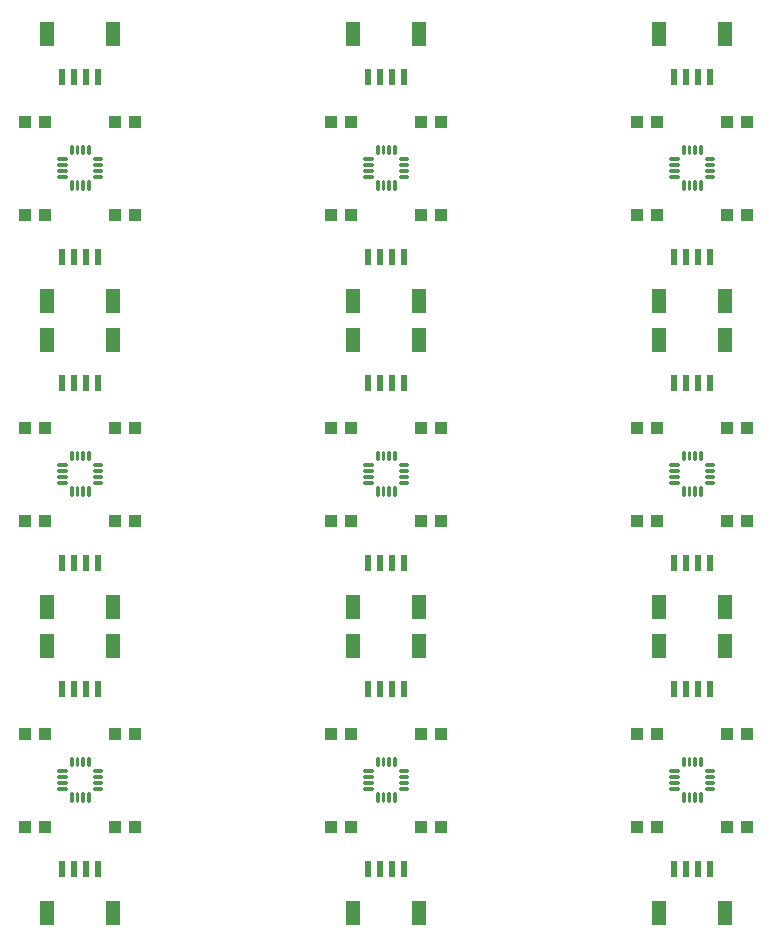
<source format=gtp>
G75*
%MOIN*%
%OFA0B0*%
%FSLAX25Y25*%
%IPPOS*%
%LPD*%
%AMOC8*
5,1,8,0,0,1.08239X$1,22.5*
%
%ADD10C,0.00886*%
%ADD11R,0.04331X0.03937*%
%ADD12R,0.04724X0.07874*%
%ADD13R,0.02362X0.05315*%
D10*
X0198666Y0181884D02*
X0201126Y0181884D01*
X0198666Y0181884D02*
X0198666Y0182178D01*
X0201126Y0182178D01*
X0201126Y0181884D01*
X0201126Y0183853D02*
X0198666Y0183853D01*
X0198666Y0184147D01*
X0201126Y0184147D01*
X0201126Y0183853D01*
X0201126Y0185822D02*
X0198666Y0185822D01*
X0198666Y0186116D01*
X0201126Y0186116D01*
X0201126Y0185822D01*
X0201126Y0187790D02*
X0198666Y0187790D01*
X0198666Y0188084D01*
X0201126Y0188084D01*
X0201126Y0187790D01*
X0203043Y0189668D02*
X0203043Y0192128D01*
X0203043Y0189668D02*
X0202749Y0189668D01*
X0202749Y0192128D01*
X0203043Y0192128D01*
X0203043Y0190553D02*
X0202749Y0190553D01*
X0202749Y0191438D02*
X0203043Y0191438D01*
X0205012Y0192128D02*
X0205012Y0189668D01*
X0204718Y0189668D01*
X0204718Y0192128D01*
X0205012Y0192128D01*
X0205012Y0190553D02*
X0204718Y0190553D01*
X0204718Y0191438D02*
X0205012Y0191438D01*
X0206980Y0192128D02*
X0206980Y0189668D01*
X0206686Y0189668D01*
X0206686Y0192128D01*
X0206980Y0192128D01*
X0206980Y0190553D02*
X0206686Y0190553D01*
X0206686Y0191438D02*
X0206980Y0191438D01*
X0208949Y0192128D02*
X0208949Y0189668D01*
X0208655Y0189668D01*
X0208655Y0192128D01*
X0208949Y0192128D01*
X0208949Y0190553D02*
X0208655Y0190553D01*
X0208655Y0191438D02*
X0208949Y0191438D01*
X0210493Y0188045D02*
X0212953Y0188045D01*
X0212953Y0187751D01*
X0210493Y0187751D01*
X0210493Y0188045D01*
X0210493Y0186076D02*
X0212953Y0186076D01*
X0212953Y0185782D01*
X0210493Y0185782D01*
X0210493Y0186076D01*
X0210493Y0184108D02*
X0212953Y0184108D01*
X0212953Y0183814D01*
X0210493Y0183814D01*
X0210493Y0184108D01*
X0210493Y0182139D02*
X0212953Y0182139D01*
X0212953Y0181845D01*
X0210493Y0181845D01*
X0210493Y0182139D01*
X0208655Y0180301D02*
X0208655Y0177841D01*
X0208655Y0180301D02*
X0208949Y0180301D01*
X0208949Y0177841D01*
X0208655Y0177841D01*
X0208655Y0178726D02*
X0208949Y0178726D01*
X0208949Y0179611D02*
X0208655Y0179611D01*
X0206686Y0180301D02*
X0206686Y0177841D01*
X0206686Y0180301D02*
X0206980Y0180301D01*
X0206980Y0177841D01*
X0206686Y0177841D01*
X0206686Y0178726D02*
X0206980Y0178726D01*
X0206980Y0179611D02*
X0206686Y0179611D01*
X0204718Y0180301D02*
X0204718Y0177841D01*
X0204718Y0180301D02*
X0205012Y0180301D01*
X0205012Y0177841D01*
X0204718Y0177841D01*
X0204718Y0178726D02*
X0205012Y0178726D01*
X0205012Y0179611D02*
X0204718Y0179611D01*
X0202749Y0180301D02*
X0202749Y0177841D01*
X0202749Y0180301D02*
X0203043Y0180301D01*
X0203043Y0177841D01*
X0202749Y0177841D01*
X0202749Y0178726D02*
X0203043Y0178726D01*
X0203043Y0179611D02*
X0202749Y0179611D01*
X0300666Y0181884D02*
X0303126Y0181884D01*
X0300666Y0181884D02*
X0300666Y0182178D01*
X0303126Y0182178D01*
X0303126Y0181884D01*
X0303126Y0183853D02*
X0300666Y0183853D01*
X0300666Y0184147D01*
X0303126Y0184147D01*
X0303126Y0183853D01*
X0303126Y0185822D02*
X0300666Y0185822D01*
X0300666Y0186116D01*
X0303126Y0186116D01*
X0303126Y0185822D01*
X0303126Y0187790D02*
X0300666Y0187790D01*
X0300666Y0188084D01*
X0303126Y0188084D01*
X0303126Y0187790D01*
X0305043Y0189668D02*
X0305043Y0192128D01*
X0305043Y0189668D02*
X0304749Y0189668D01*
X0304749Y0192128D01*
X0305043Y0192128D01*
X0305043Y0190553D02*
X0304749Y0190553D01*
X0304749Y0191438D02*
X0305043Y0191438D01*
X0307012Y0192128D02*
X0307012Y0189668D01*
X0306718Y0189668D01*
X0306718Y0192128D01*
X0307012Y0192128D01*
X0307012Y0190553D02*
X0306718Y0190553D01*
X0306718Y0191438D02*
X0307012Y0191438D01*
X0308980Y0192128D02*
X0308980Y0189668D01*
X0308686Y0189668D01*
X0308686Y0192128D01*
X0308980Y0192128D01*
X0308980Y0190553D02*
X0308686Y0190553D01*
X0308686Y0191438D02*
X0308980Y0191438D01*
X0310949Y0192128D02*
X0310949Y0189668D01*
X0310655Y0189668D01*
X0310655Y0192128D01*
X0310949Y0192128D01*
X0310949Y0190553D02*
X0310655Y0190553D01*
X0310655Y0191438D02*
X0310949Y0191438D01*
X0312493Y0188045D02*
X0314953Y0188045D01*
X0314953Y0187751D01*
X0312493Y0187751D01*
X0312493Y0188045D01*
X0312493Y0186076D02*
X0314953Y0186076D01*
X0314953Y0185782D01*
X0312493Y0185782D01*
X0312493Y0186076D01*
X0312493Y0184108D02*
X0314953Y0184108D01*
X0314953Y0183814D01*
X0312493Y0183814D01*
X0312493Y0184108D01*
X0312493Y0182139D02*
X0314953Y0182139D01*
X0314953Y0181845D01*
X0312493Y0181845D01*
X0312493Y0182139D01*
X0310655Y0180301D02*
X0310655Y0177841D01*
X0310655Y0180301D02*
X0310949Y0180301D01*
X0310949Y0177841D01*
X0310655Y0177841D01*
X0310655Y0178726D02*
X0310949Y0178726D01*
X0310949Y0179611D02*
X0310655Y0179611D01*
X0308686Y0180301D02*
X0308686Y0177841D01*
X0308686Y0180301D02*
X0308980Y0180301D01*
X0308980Y0177841D01*
X0308686Y0177841D01*
X0308686Y0178726D02*
X0308980Y0178726D01*
X0308980Y0179611D02*
X0308686Y0179611D01*
X0306718Y0180301D02*
X0306718Y0177841D01*
X0306718Y0180301D02*
X0307012Y0180301D01*
X0307012Y0177841D01*
X0306718Y0177841D01*
X0306718Y0178726D02*
X0307012Y0178726D01*
X0307012Y0179611D02*
X0306718Y0179611D01*
X0304749Y0180301D02*
X0304749Y0177841D01*
X0304749Y0180301D02*
X0305043Y0180301D01*
X0305043Y0177841D01*
X0304749Y0177841D01*
X0304749Y0178726D02*
X0305043Y0178726D01*
X0305043Y0179611D02*
X0304749Y0179611D01*
X0402666Y0181884D02*
X0405126Y0181884D01*
X0402666Y0181884D02*
X0402666Y0182178D01*
X0405126Y0182178D01*
X0405126Y0181884D01*
X0405126Y0183853D02*
X0402666Y0183853D01*
X0402666Y0184147D01*
X0405126Y0184147D01*
X0405126Y0183853D01*
X0405126Y0185822D02*
X0402666Y0185822D01*
X0402666Y0186116D01*
X0405126Y0186116D01*
X0405126Y0185822D01*
X0405126Y0187790D02*
X0402666Y0187790D01*
X0402666Y0188084D01*
X0405126Y0188084D01*
X0405126Y0187790D01*
X0407043Y0189668D02*
X0407043Y0192128D01*
X0407043Y0189668D02*
X0406749Y0189668D01*
X0406749Y0192128D01*
X0407043Y0192128D01*
X0407043Y0190553D02*
X0406749Y0190553D01*
X0406749Y0191438D02*
X0407043Y0191438D01*
X0409012Y0192128D02*
X0409012Y0189668D01*
X0408718Y0189668D01*
X0408718Y0192128D01*
X0409012Y0192128D01*
X0409012Y0190553D02*
X0408718Y0190553D01*
X0408718Y0191438D02*
X0409012Y0191438D01*
X0410980Y0192128D02*
X0410980Y0189668D01*
X0410686Y0189668D01*
X0410686Y0192128D01*
X0410980Y0192128D01*
X0410980Y0190553D02*
X0410686Y0190553D01*
X0410686Y0191438D02*
X0410980Y0191438D01*
X0412949Y0192128D02*
X0412949Y0189668D01*
X0412655Y0189668D01*
X0412655Y0192128D01*
X0412949Y0192128D01*
X0412949Y0190553D02*
X0412655Y0190553D01*
X0412655Y0191438D02*
X0412949Y0191438D01*
X0414493Y0188045D02*
X0416953Y0188045D01*
X0416953Y0187751D01*
X0414493Y0187751D01*
X0414493Y0188045D01*
X0414493Y0186076D02*
X0416953Y0186076D01*
X0416953Y0185782D01*
X0414493Y0185782D01*
X0414493Y0186076D01*
X0414493Y0184108D02*
X0416953Y0184108D01*
X0416953Y0183814D01*
X0414493Y0183814D01*
X0414493Y0184108D01*
X0414493Y0182139D02*
X0416953Y0182139D01*
X0416953Y0181845D01*
X0414493Y0181845D01*
X0414493Y0182139D01*
X0412655Y0180301D02*
X0412655Y0177841D01*
X0412655Y0180301D02*
X0412949Y0180301D01*
X0412949Y0177841D01*
X0412655Y0177841D01*
X0412655Y0178726D02*
X0412949Y0178726D01*
X0412949Y0179611D02*
X0412655Y0179611D01*
X0410686Y0180301D02*
X0410686Y0177841D01*
X0410686Y0180301D02*
X0410980Y0180301D01*
X0410980Y0177841D01*
X0410686Y0177841D01*
X0410686Y0178726D02*
X0410980Y0178726D01*
X0410980Y0179611D02*
X0410686Y0179611D01*
X0408718Y0180301D02*
X0408718Y0177841D01*
X0408718Y0180301D02*
X0409012Y0180301D01*
X0409012Y0177841D01*
X0408718Y0177841D01*
X0408718Y0178726D02*
X0409012Y0178726D01*
X0409012Y0179611D02*
X0408718Y0179611D01*
X0406749Y0180301D02*
X0406749Y0177841D01*
X0406749Y0180301D02*
X0407043Y0180301D01*
X0407043Y0177841D01*
X0406749Y0177841D01*
X0406749Y0178726D02*
X0407043Y0178726D01*
X0407043Y0179611D02*
X0406749Y0179611D01*
X0406749Y0279841D02*
X0406749Y0282301D01*
X0407043Y0282301D01*
X0407043Y0279841D01*
X0406749Y0279841D01*
X0406749Y0280726D02*
X0407043Y0280726D01*
X0407043Y0281611D02*
X0406749Y0281611D01*
X0408718Y0282301D02*
X0408718Y0279841D01*
X0408718Y0282301D02*
X0409012Y0282301D01*
X0409012Y0279841D01*
X0408718Y0279841D01*
X0408718Y0280726D02*
X0409012Y0280726D01*
X0409012Y0281611D02*
X0408718Y0281611D01*
X0410686Y0282301D02*
X0410686Y0279841D01*
X0410686Y0282301D02*
X0410980Y0282301D01*
X0410980Y0279841D01*
X0410686Y0279841D01*
X0410686Y0280726D02*
X0410980Y0280726D01*
X0410980Y0281611D02*
X0410686Y0281611D01*
X0412655Y0282301D02*
X0412655Y0279841D01*
X0412655Y0282301D02*
X0412949Y0282301D01*
X0412949Y0279841D01*
X0412655Y0279841D01*
X0412655Y0280726D02*
X0412949Y0280726D01*
X0412949Y0281611D02*
X0412655Y0281611D01*
X0414493Y0284139D02*
X0416953Y0284139D01*
X0416953Y0283845D01*
X0414493Y0283845D01*
X0414493Y0284139D01*
X0414493Y0286108D02*
X0416953Y0286108D01*
X0416953Y0285814D01*
X0414493Y0285814D01*
X0414493Y0286108D01*
X0414493Y0288076D02*
X0416953Y0288076D01*
X0416953Y0287782D01*
X0414493Y0287782D01*
X0414493Y0288076D01*
X0414493Y0290045D02*
X0416953Y0290045D01*
X0416953Y0289751D01*
X0414493Y0289751D01*
X0414493Y0290045D01*
X0412949Y0291668D02*
X0412949Y0294128D01*
X0412949Y0291668D02*
X0412655Y0291668D01*
X0412655Y0294128D01*
X0412949Y0294128D01*
X0412949Y0292553D02*
X0412655Y0292553D01*
X0412655Y0293438D02*
X0412949Y0293438D01*
X0410980Y0294128D02*
X0410980Y0291668D01*
X0410686Y0291668D01*
X0410686Y0294128D01*
X0410980Y0294128D01*
X0410980Y0292553D02*
X0410686Y0292553D01*
X0410686Y0293438D02*
X0410980Y0293438D01*
X0409012Y0294128D02*
X0409012Y0291668D01*
X0408718Y0291668D01*
X0408718Y0294128D01*
X0409012Y0294128D01*
X0409012Y0292553D02*
X0408718Y0292553D01*
X0408718Y0293438D02*
X0409012Y0293438D01*
X0407043Y0294128D02*
X0407043Y0291668D01*
X0406749Y0291668D01*
X0406749Y0294128D01*
X0407043Y0294128D01*
X0407043Y0292553D02*
X0406749Y0292553D01*
X0406749Y0293438D02*
X0407043Y0293438D01*
X0405126Y0289790D02*
X0402666Y0289790D01*
X0402666Y0290084D01*
X0405126Y0290084D01*
X0405126Y0289790D01*
X0405126Y0287822D02*
X0402666Y0287822D01*
X0402666Y0288116D01*
X0405126Y0288116D01*
X0405126Y0287822D01*
X0405126Y0285853D02*
X0402666Y0285853D01*
X0402666Y0286147D01*
X0405126Y0286147D01*
X0405126Y0285853D01*
X0405126Y0283884D02*
X0402666Y0283884D01*
X0402666Y0284178D01*
X0405126Y0284178D01*
X0405126Y0283884D01*
X0314953Y0284139D02*
X0312493Y0284139D01*
X0314953Y0284139D02*
X0314953Y0283845D01*
X0312493Y0283845D01*
X0312493Y0284139D01*
X0312493Y0286108D02*
X0314953Y0286108D01*
X0314953Y0285814D01*
X0312493Y0285814D01*
X0312493Y0286108D01*
X0312493Y0288076D02*
X0314953Y0288076D01*
X0314953Y0287782D01*
X0312493Y0287782D01*
X0312493Y0288076D01*
X0312493Y0290045D02*
X0314953Y0290045D01*
X0314953Y0289751D01*
X0312493Y0289751D01*
X0312493Y0290045D01*
X0310949Y0291668D02*
X0310949Y0294128D01*
X0310949Y0291668D02*
X0310655Y0291668D01*
X0310655Y0294128D01*
X0310949Y0294128D01*
X0310949Y0292553D02*
X0310655Y0292553D01*
X0310655Y0293438D02*
X0310949Y0293438D01*
X0308980Y0294128D02*
X0308980Y0291668D01*
X0308686Y0291668D01*
X0308686Y0294128D01*
X0308980Y0294128D01*
X0308980Y0292553D02*
X0308686Y0292553D01*
X0308686Y0293438D02*
X0308980Y0293438D01*
X0307012Y0294128D02*
X0307012Y0291668D01*
X0306718Y0291668D01*
X0306718Y0294128D01*
X0307012Y0294128D01*
X0307012Y0292553D02*
X0306718Y0292553D01*
X0306718Y0293438D02*
X0307012Y0293438D01*
X0305043Y0294128D02*
X0305043Y0291668D01*
X0304749Y0291668D01*
X0304749Y0294128D01*
X0305043Y0294128D01*
X0305043Y0292553D02*
X0304749Y0292553D01*
X0304749Y0293438D02*
X0305043Y0293438D01*
X0303126Y0289790D02*
X0300666Y0289790D01*
X0300666Y0290084D01*
X0303126Y0290084D01*
X0303126Y0289790D01*
X0303126Y0287822D02*
X0300666Y0287822D01*
X0300666Y0288116D01*
X0303126Y0288116D01*
X0303126Y0287822D01*
X0303126Y0285853D02*
X0300666Y0285853D01*
X0300666Y0286147D01*
X0303126Y0286147D01*
X0303126Y0285853D01*
X0303126Y0283884D02*
X0300666Y0283884D01*
X0300666Y0284178D01*
X0303126Y0284178D01*
X0303126Y0283884D01*
X0304749Y0282301D02*
X0304749Y0279841D01*
X0304749Y0282301D02*
X0305043Y0282301D01*
X0305043Y0279841D01*
X0304749Y0279841D01*
X0304749Y0280726D02*
X0305043Y0280726D01*
X0305043Y0281611D02*
X0304749Y0281611D01*
X0306718Y0282301D02*
X0306718Y0279841D01*
X0306718Y0282301D02*
X0307012Y0282301D01*
X0307012Y0279841D01*
X0306718Y0279841D01*
X0306718Y0280726D02*
X0307012Y0280726D01*
X0307012Y0281611D02*
X0306718Y0281611D01*
X0308686Y0282301D02*
X0308686Y0279841D01*
X0308686Y0282301D02*
X0308980Y0282301D01*
X0308980Y0279841D01*
X0308686Y0279841D01*
X0308686Y0280726D02*
X0308980Y0280726D01*
X0308980Y0281611D02*
X0308686Y0281611D01*
X0310655Y0282301D02*
X0310655Y0279841D01*
X0310655Y0282301D02*
X0310949Y0282301D01*
X0310949Y0279841D01*
X0310655Y0279841D01*
X0310655Y0280726D02*
X0310949Y0280726D01*
X0310949Y0281611D02*
X0310655Y0281611D01*
X0212953Y0284139D02*
X0210493Y0284139D01*
X0212953Y0284139D02*
X0212953Y0283845D01*
X0210493Y0283845D01*
X0210493Y0284139D01*
X0210493Y0286108D02*
X0212953Y0286108D01*
X0212953Y0285814D01*
X0210493Y0285814D01*
X0210493Y0286108D01*
X0210493Y0288076D02*
X0212953Y0288076D01*
X0212953Y0287782D01*
X0210493Y0287782D01*
X0210493Y0288076D01*
X0210493Y0290045D02*
X0212953Y0290045D01*
X0212953Y0289751D01*
X0210493Y0289751D01*
X0210493Y0290045D01*
X0208949Y0291668D02*
X0208949Y0294128D01*
X0208949Y0291668D02*
X0208655Y0291668D01*
X0208655Y0294128D01*
X0208949Y0294128D01*
X0208949Y0292553D02*
X0208655Y0292553D01*
X0208655Y0293438D02*
X0208949Y0293438D01*
X0206980Y0294128D02*
X0206980Y0291668D01*
X0206686Y0291668D01*
X0206686Y0294128D01*
X0206980Y0294128D01*
X0206980Y0292553D02*
X0206686Y0292553D01*
X0206686Y0293438D02*
X0206980Y0293438D01*
X0205012Y0294128D02*
X0205012Y0291668D01*
X0204718Y0291668D01*
X0204718Y0294128D01*
X0205012Y0294128D01*
X0205012Y0292553D02*
X0204718Y0292553D01*
X0204718Y0293438D02*
X0205012Y0293438D01*
X0203043Y0294128D02*
X0203043Y0291668D01*
X0202749Y0291668D01*
X0202749Y0294128D01*
X0203043Y0294128D01*
X0203043Y0292553D02*
X0202749Y0292553D01*
X0202749Y0293438D02*
X0203043Y0293438D01*
X0201126Y0289790D02*
X0198666Y0289790D01*
X0198666Y0290084D01*
X0201126Y0290084D01*
X0201126Y0289790D01*
X0201126Y0287822D02*
X0198666Y0287822D01*
X0198666Y0288116D01*
X0201126Y0288116D01*
X0201126Y0287822D01*
X0201126Y0285853D02*
X0198666Y0285853D01*
X0198666Y0286147D01*
X0201126Y0286147D01*
X0201126Y0285853D01*
X0201126Y0283884D02*
X0198666Y0283884D01*
X0198666Y0284178D01*
X0201126Y0284178D01*
X0201126Y0283884D01*
X0202749Y0282301D02*
X0202749Y0279841D01*
X0202749Y0282301D02*
X0203043Y0282301D01*
X0203043Y0279841D01*
X0202749Y0279841D01*
X0202749Y0280726D02*
X0203043Y0280726D01*
X0203043Y0281611D02*
X0202749Y0281611D01*
X0204718Y0282301D02*
X0204718Y0279841D01*
X0204718Y0282301D02*
X0205012Y0282301D01*
X0205012Y0279841D01*
X0204718Y0279841D01*
X0204718Y0280726D02*
X0205012Y0280726D01*
X0205012Y0281611D02*
X0204718Y0281611D01*
X0206686Y0282301D02*
X0206686Y0279841D01*
X0206686Y0282301D02*
X0206980Y0282301D01*
X0206980Y0279841D01*
X0206686Y0279841D01*
X0206686Y0280726D02*
X0206980Y0280726D01*
X0206980Y0281611D02*
X0206686Y0281611D01*
X0208655Y0282301D02*
X0208655Y0279841D01*
X0208655Y0282301D02*
X0208949Y0282301D01*
X0208949Y0279841D01*
X0208655Y0279841D01*
X0208655Y0280726D02*
X0208949Y0280726D01*
X0208949Y0281611D02*
X0208655Y0281611D01*
X0208655Y0381841D02*
X0208655Y0384301D01*
X0208949Y0384301D01*
X0208949Y0381841D01*
X0208655Y0381841D01*
X0208655Y0382726D02*
X0208949Y0382726D01*
X0208949Y0383611D02*
X0208655Y0383611D01*
X0206686Y0384301D02*
X0206686Y0381841D01*
X0206686Y0384301D02*
X0206980Y0384301D01*
X0206980Y0381841D01*
X0206686Y0381841D01*
X0206686Y0382726D02*
X0206980Y0382726D01*
X0206980Y0383611D02*
X0206686Y0383611D01*
X0204718Y0384301D02*
X0204718Y0381841D01*
X0204718Y0384301D02*
X0205012Y0384301D01*
X0205012Y0381841D01*
X0204718Y0381841D01*
X0204718Y0382726D02*
X0205012Y0382726D01*
X0205012Y0383611D02*
X0204718Y0383611D01*
X0202749Y0384301D02*
X0202749Y0381841D01*
X0202749Y0384301D02*
X0203043Y0384301D01*
X0203043Y0381841D01*
X0202749Y0381841D01*
X0202749Y0382726D02*
X0203043Y0382726D01*
X0203043Y0383611D02*
X0202749Y0383611D01*
X0201126Y0385884D02*
X0198666Y0385884D01*
X0198666Y0386178D01*
X0201126Y0386178D01*
X0201126Y0385884D01*
X0201126Y0387853D02*
X0198666Y0387853D01*
X0198666Y0388147D01*
X0201126Y0388147D01*
X0201126Y0387853D01*
X0201126Y0389822D02*
X0198666Y0389822D01*
X0198666Y0390116D01*
X0201126Y0390116D01*
X0201126Y0389822D01*
X0201126Y0391790D02*
X0198666Y0391790D01*
X0198666Y0392084D01*
X0201126Y0392084D01*
X0201126Y0391790D01*
X0203043Y0393668D02*
X0203043Y0396128D01*
X0203043Y0393668D02*
X0202749Y0393668D01*
X0202749Y0396128D01*
X0203043Y0396128D01*
X0203043Y0394553D02*
X0202749Y0394553D01*
X0202749Y0395438D02*
X0203043Y0395438D01*
X0205012Y0396128D02*
X0205012Y0393668D01*
X0204718Y0393668D01*
X0204718Y0396128D01*
X0205012Y0396128D01*
X0205012Y0394553D02*
X0204718Y0394553D01*
X0204718Y0395438D02*
X0205012Y0395438D01*
X0206980Y0396128D02*
X0206980Y0393668D01*
X0206686Y0393668D01*
X0206686Y0396128D01*
X0206980Y0396128D01*
X0206980Y0394553D02*
X0206686Y0394553D01*
X0206686Y0395438D02*
X0206980Y0395438D01*
X0208949Y0396128D02*
X0208949Y0393668D01*
X0208655Y0393668D01*
X0208655Y0396128D01*
X0208949Y0396128D01*
X0208949Y0394553D02*
X0208655Y0394553D01*
X0208655Y0395438D02*
X0208949Y0395438D01*
X0210493Y0392045D02*
X0212953Y0392045D01*
X0212953Y0391751D01*
X0210493Y0391751D01*
X0210493Y0392045D01*
X0210493Y0390076D02*
X0212953Y0390076D01*
X0212953Y0389782D01*
X0210493Y0389782D01*
X0210493Y0390076D01*
X0210493Y0388108D02*
X0212953Y0388108D01*
X0212953Y0387814D01*
X0210493Y0387814D01*
X0210493Y0388108D01*
X0210493Y0386139D02*
X0212953Y0386139D01*
X0212953Y0385845D01*
X0210493Y0385845D01*
X0210493Y0386139D01*
X0300666Y0385884D02*
X0303126Y0385884D01*
X0300666Y0385884D02*
X0300666Y0386178D01*
X0303126Y0386178D01*
X0303126Y0385884D01*
X0303126Y0387853D02*
X0300666Y0387853D01*
X0300666Y0388147D01*
X0303126Y0388147D01*
X0303126Y0387853D01*
X0303126Y0389822D02*
X0300666Y0389822D01*
X0300666Y0390116D01*
X0303126Y0390116D01*
X0303126Y0389822D01*
X0303126Y0391790D02*
X0300666Y0391790D01*
X0300666Y0392084D01*
X0303126Y0392084D01*
X0303126Y0391790D01*
X0305043Y0393668D02*
X0305043Y0396128D01*
X0305043Y0393668D02*
X0304749Y0393668D01*
X0304749Y0396128D01*
X0305043Y0396128D01*
X0305043Y0394553D02*
X0304749Y0394553D01*
X0304749Y0395438D02*
X0305043Y0395438D01*
X0307012Y0396128D02*
X0307012Y0393668D01*
X0306718Y0393668D01*
X0306718Y0396128D01*
X0307012Y0396128D01*
X0307012Y0394553D02*
X0306718Y0394553D01*
X0306718Y0395438D02*
X0307012Y0395438D01*
X0308980Y0396128D02*
X0308980Y0393668D01*
X0308686Y0393668D01*
X0308686Y0396128D01*
X0308980Y0396128D01*
X0308980Y0394553D02*
X0308686Y0394553D01*
X0308686Y0395438D02*
X0308980Y0395438D01*
X0310949Y0396128D02*
X0310949Y0393668D01*
X0310655Y0393668D01*
X0310655Y0396128D01*
X0310949Y0396128D01*
X0310949Y0394553D02*
X0310655Y0394553D01*
X0310655Y0395438D02*
X0310949Y0395438D01*
X0312493Y0392045D02*
X0314953Y0392045D01*
X0314953Y0391751D01*
X0312493Y0391751D01*
X0312493Y0392045D01*
X0312493Y0390076D02*
X0314953Y0390076D01*
X0314953Y0389782D01*
X0312493Y0389782D01*
X0312493Y0390076D01*
X0312493Y0388108D02*
X0314953Y0388108D01*
X0314953Y0387814D01*
X0312493Y0387814D01*
X0312493Y0388108D01*
X0312493Y0386139D02*
X0314953Y0386139D01*
X0314953Y0385845D01*
X0312493Y0385845D01*
X0312493Y0386139D01*
X0310655Y0384301D02*
X0310655Y0381841D01*
X0310655Y0384301D02*
X0310949Y0384301D01*
X0310949Y0381841D01*
X0310655Y0381841D01*
X0310655Y0382726D02*
X0310949Y0382726D01*
X0310949Y0383611D02*
X0310655Y0383611D01*
X0308686Y0384301D02*
X0308686Y0381841D01*
X0308686Y0384301D02*
X0308980Y0384301D01*
X0308980Y0381841D01*
X0308686Y0381841D01*
X0308686Y0382726D02*
X0308980Y0382726D01*
X0308980Y0383611D02*
X0308686Y0383611D01*
X0306718Y0384301D02*
X0306718Y0381841D01*
X0306718Y0384301D02*
X0307012Y0384301D01*
X0307012Y0381841D01*
X0306718Y0381841D01*
X0306718Y0382726D02*
X0307012Y0382726D01*
X0307012Y0383611D02*
X0306718Y0383611D01*
X0304749Y0384301D02*
X0304749Y0381841D01*
X0304749Y0384301D02*
X0305043Y0384301D01*
X0305043Y0381841D01*
X0304749Y0381841D01*
X0304749Y0382726D02*
X0305043Y0382726D01*
X0305043Y0383611D02*
X0304749Y0383611D01*
X0402666Y0385884D02*
X0405126Y0385884D01*
X0402666Y0385884D02*
X0402666Y0386178D01*
X0405126Y0386178D01*
X0405126Y0385884D01*
X0405126Y0387853D02*
X0402666Y0387853D01*
X0402666Y0388147D01*
X0405126Y0388147D01*
X0405126Y0387853D01*
X0405126Y0389822D02*
X0402666Y0389822D01*
X0402666Y0390116D01*
X0405126Y0390116D01*
X0405126Y0389822D01*
X0405126Y0391790D02*
X0402666Y0391790D01*
X0402666Y0392084D01*
X0405126Y0392084D01*
X0405126Y0391790D01*
X0407043Y0393668D02*
X0407043Y0396128D01*
X0407043Y0393668D02*
X0406749Y0393668D01*
X0406749Y0396128D01*
X0407043Y0396128D01*
X0407043Y0394553D02*
X0406749Y0394553D01*
X0406749Y0395438D02*
X0407043Y0395438D01*
X0409012Y0396128D02*
X0409012Y0393668D01*
X0408718Y0393668D01*
X0408718Y0396128D01*
X0409012Y0396128D01*
X0409012Y0394553D02*
X0408718Y0394553D01*
X0408718Y0395438D02*
X0409012Y0395438D01*
X0410980Y0396128D02*
X0410980Y0393668D01*
X0410686Y0393668D01*
X0410686Y0396128D01*
X0410980Y0396128D01*
X0410980Y0394553D02*
X0410686Y0394553D01*
X0410686Y0395438D02*
X0410980Y0395438D01*
X0412949Y0396128D02*
X0412949Y0393668D01*
X0412655Y0393668D01*
X0412655Y0396128D01*
X0412949Y0396128D01*
X0412949Y0394553D02*
X0412655Y0394553D01*
X0412655Y0395438D02*
X0412949Y0395438D01*
X0414493Y0392045D02*
X0416953Y0392045D01*
X0416953Y0391751D01*
X0414493Y0391751D01*
X0414493Y0392045D01*
X0414493Y0390076D02*
X0416953Y0390076D01*
X0416953Y0389782D01*
X0414493Y0389782D01*
X0414493Y0390076D01*
X0414493Y0388108D02*
X0416953Y0388108D01*
X0416953Y0387814D01*
X0414493Y0387814D01*
X0414493Y0388108D01*
X0414493Y0386139D02*
X0416953Y0386139D01*
X0416953Y0385845D01*
X0414493Y0385845D01*
X0414493Y0386139D01*
X0412655Y0384301D02*
X0412655Y0381841D01*
X0412655Y0384301D02*
X0412949Y0384301D01*
X0412949Y0381841D01*
X0412655Y0381841D01*
X0412655Y0382726D02*
X0412949Y0382726D01*
X0412949Y0383611D02*
X0412655Y0383611D01*
X0410686Y0384301D02*
X0410686Y0381841D01*
X0410686Y0384301D02*
X0410980Y0384301D01*
X0410980Y0381841D01*
X0410686Y0381841D01*
X0410686Y0382726D02*
X0410980Y0382726D01*
X0410980Y0383611D02*
X0410686Y0383611D01*
X0408718Y0384301D02*
X0408718Y0381841D01*
X0408718Y0384301D02*
X0409012Y0384301D01*
X0409012Y0381841D01*
X0408718Y0381841D01*
X0408718Y0382726D02*
X0409012Y0382726D01*
X0409012Y0383611D02*
X0408718Y0383611D01*
X0406749Y0384301D02*
X0406749Y0381841D01*
X0406749Y0384301D02*
X0407043Y0384301D01*
X0407043Y0381841D01*
X0406749Y0381841D01*
X0406749Y0382726D02*
X0407043Y0382726D01*
X0407043Y0383611D02*
X0406749Y0383611D01*
D11*
X0187487Y0169000D03*
X0194180Y0169000D03*
X0217487Y0169000D03*
X0224180Y0169000D03*
X0224180Y0200000D03*
X0217487Y0200000D03*
X0194180Y0200000D03*
X0187487Y0200000D03*
X0187487Y0271000D03*
X0194180Y0271000D03*
X0217487Y0271000D03*
X0224180Y0271000D03*
X0224180Y0302000D03*
X0217487Y0302000D03*
X0194180Y0302000D03*
X0187487Y0302000D03*
X0187487Y0373000D03*
X0194180Y0373000D03*
X0217487Y0373000D03*
X0224180Y0373000D03*
X0224180Y0404000D03*
X0217487Y0404000D03*
X0194180Y0404000D03*
X0187487Y0404000D03*
X0289487Y0404000D03*
X0296180Y0404000D03*
X0319487Y0404000D03*
X0326180Y0404000D03*
X0326180Y0373000D03*
X0319487Y0373000D03*
X0296180Y0373000D03*
X0289487Y0373000D03*
X0289487Y0302000D03*
X0296180Y0302000D03*
X0319487Y0302000D03*
X0326180Y0302000D03*
X0326180Y0271000D03*
X0319487Y0271000D03*
X0296180Y0271000D03*
X0289487Y0271000D03*
X0289487Y0200000D03*
X0296180Y0200000D03*
X0319487Y0200000D03*
X0326180Y0200000D03*
X0326180Y0169000D03*
X0319487Y0169000D03*
X0296180Y0169000D03*
X0289487Y0169000D03*
X0391487Y0169000D03*
X0398180Y0169000D03*
X0421487Y0169000D03*
X0428180Y0169000D03*
X0428180Y0200000D03*
X0421487Y0200000D03*
X0398180Y0200000D03*
X0391487Y0200000D03*
X0391487Y0271000D03*
X0398180Y0271000D03*
X0421487Y0271000D03*
X0428180Y0271000D03*
X0428180Y0302000D03*
X0421487Y0302000D03*
X0398180Y0302000D03*
X0391487Y0302000D03*
X0391487Y0373000D03*
X0398180Y0373000D03*
X0421487Y0373000D03*
X0428180Y0373000D03*
X0428180Y0404000D03*
X0421487Y0404000D03*
X0398180Y0404000D03*
X0391487Y0404000D03*
D12*
X0398810Y0433469D03*
X0420857Y0433469D03*
X0420857Y0344531D03*
X0420857Y0331469D03*
X0398810Y0331469D03*
X0398810Y0344531D03*
X0318857Y0344531D03*
X0318857Y0331469D03*
X0296810Y0331469D03*
X0296810Y0344531D03*
X0216857Y0344531D03*
X0216857Y0331469D03*
X0194810Y0331469D03*
X0194810Y0344531D03*
X0194810Y0433469D03*
X0216857Y0433469D03*
X0296810Y0433469D03*
X0318857Y0433469D03*
X0318857Y0242531D03*
X0318857Y0229469D03*
X0296810Y0229469D03*
X0296810Y0242531D03*
X0216857Y0242531D03*
X0216857Y0229469D03*
X0194810Y0229469D03*
X0194810Y0242531D03*
X0194810Y0140531D03*
X0216857Y0140531D03*
X0296810Y0140531D03*
X0318857Y0140531D03*
X0398810Y0140531D03*
X0420857Y0140531D03*
X0420857Y0229469D03*
X0420857Y0242531D03*
X0398810Y0242531D03*
X0398810Y0229469D03*
D13*
X0403928Y0215000D03*
X0407865Y0215000D03*
X0411802Y0215000D03*
X0415739Y0215000D03*
X0415739Y0257000D03*
X0411802Y0257000D03*
X0407865Y0257000D03*
X0403928Y0257000D03*
X0403928Y0317000D03*
X0407865Y0317000D03*
X0411802Y0317000D03*
X0415739Y0317000D03*
X0415739Y0359000D03*
X0411802Y0359000D03*
X0407865Y0359000D03*
X0403928Y0359000D03*
X0403928Y0419000D03*
X0407865Y0419000D03*
X0411802Y0419000D03*
X0415739Y0419000D03*
X0313739Y0419000D03*
X0309802Y0419000D03*
X0305865Y0419000D03*
X0301928Y0419000D03*
X0301928Y0359000D03*
X0305865Y0359000D03*
X0309802Y0359000D03*
X0313739Y0359000D03*
X0313739Y0317000D03*
X0309802Y0317000D03*
X0305865Y0317000D03*
X0301928Y0317000D03*
X0301928Y0257000D03*
X0305865Y0257000D03*
X0309802Y0257000D03*
X0313739Y0257000D03*
X0313739Y0215000D03*
X0309802Y0215000D03*
X0305865Y0215000D03*
X0301928Y0215000D03*
X0301928Y0155000D03*
X0305865Y0155000D03*
X0309802Y0155000D03*
X0313739Y0155000D03*
X0403928Y0155000D03*
X0407865Y0155000D03*
X0411802Y0155000D03*
X0415739Y0155000D03*
X0211739Y0155000D03*
X0207802Y0155000D03*
X0203865Y0155000D03*
X0199928Y0155000D03*
X0199928Y0215000D03*
X0203865Y0215000D03*
X0207802Y0215000D03*
X0211739Y0215000D03*
X0211739Y0257000D03*
X0207802Y0257000D03*
X0203865Y0257000D03*
X0199928Y0257000D03*
X0199928Y0317000D03*
X0203865Y0317000D03*
X0207802Y0317000D03*
X0211739Y0317000D03*
X0211739Y0359000D03*
X0207802Y0359000D03*
X0203865Y0359000D03*
X0199928Y0359000D03*
X0199928Y0419000D03*
X0203865Y0419000D03*
X0207802Y0419000D03*
X0211739Y0419000D03*
M02*

</source>
